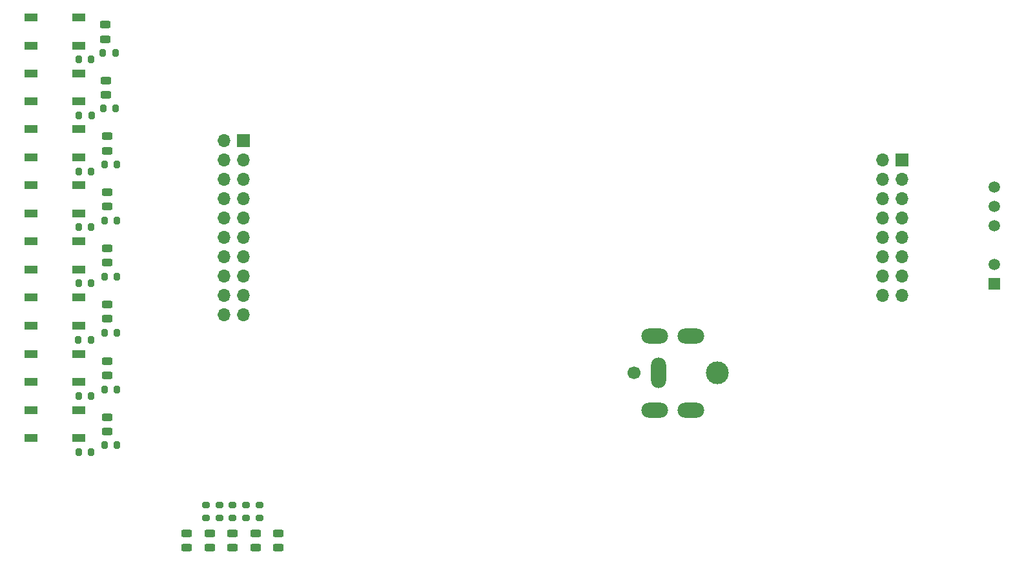
<source format=gbr>
%TF.GenerationSoftware,KiCad,Pcbnew,8.0.3*%
%TF.CreationDate,2025-07-14T16:27:36+02:00*%
%TF.ProjectId,distributionPCB,64697374-7269-4627-9574-696f6e504342,rev?*%
%TF.SameCoordinates,Original*%
%TF.FileFunction,Soldermask,Top*%
%TF.FilePolarity,Negative*%
%FSLAX46Y46*%
G04 Gerber Fmt 4.6, Leading zero omitted, Abs format (unit mm)*
G04 Created by KiCad (PCBNEW 8.0.3) date 2025-07-14 16:27:36*
%MOMM*%
%LPD*%
G01*
G04 APERTURE LIST*
G04 Aperture macros list*
%AMRoundRect*
0 Rectangle with rounded corners*
0 $1 Rounding radius*
0 $2 $3 $4 $5 $6 $7 $8 $9 X,Y pos of 4 corners*
0 Add a 4 corners polygon primitive as box body*
4,1,4,$2,$3,$4,$5,$6,$7,$8,$9,$2,$3,0*
0 Add four circle primitives for the rounded corners*
1,1,$1+$1,$2,$3*
1,1,$1+$1,$4,$5*
1,1,$1+$1,$6,$7*
1,1,$1+$1,$8,$9*
0 Add four rect primitives between the rounded corners*
20,1,$1+$1,$2,$3,$4,$5,0*
20,1,$1+$1,$4,$5,$6,$7,0*
20,1,$1+$1,$6,$7,$8,$9,0*
20,1,$1+$1,$8,$9,$2,$3,0*%
G04 Aperture macros list end*
%ADD10RoundRect,0.200000X0.200000X0.275000X-0.200000X0.275000X-0.200000X-0.275000X0.200000X-0.275000X0*%
%ADD11RoundRect,0.200000X0.275000X-0.200000X0.275000X0.200000X-0.275000X0.200000X-0.275000X-0.200000X0*%
%ADD12R,1.700000X1.700000*%
%ADD13O,1.700000X1.700000*%
%ADD14RoundRect,0.243750X0.456250X-0.243750X0.456250X0.243750X-0.456250X0.243750X-0.456250X-0.243750X0*%
%ADD15RoundRect,0.243750X-0.456250X0.243750X-0.456250X-0.243750X0.456250X-0.243750X0.456250X0.243750X0*%
%ADD16R,1.800000X1.100000*%
%ADD17C,1.700000*%
%ADD18C,3.000000*%
%ADD19O,2.000000X4.000000*%
%ADD20O,3.500000X2.000000*%
%ADD21R,1.500000X1.500000*%
%ADD22C,1.500000*%
G04 APERTURE END LIST*
D10*
%TO.C,R5*%
X92234000Y-76280000D03*
X90584000Y-76280000D03*
%TD*%
D11*
%TO.C,R18*%
X105819001Y-129984000D03*
X105819001Y-128334000D03*
%TD*%
D12*
%TO.C,J6*%
X195306000Y-83015000D03*
D13*
X192766000Y-83015000D03*
X195306000Y-85555000D03*
X192766000Y-85555000D03*
X195306000Y-88095000D03*
X192766000Y-88095000D03*
X195306000Y-90635000D03*
X192766000Y-90635000D03*
X195306000Y-93175000D03*
X192766000Y-93175000D03*
X195306000Y-95715000D03*
X192766000Y-95715000D03*
X195306000Y-98255000D03*
X192766000Y-98255000D03*
X195306000Y-100795000D03*
X192766000Y-100795000D03*
%TD*%
D14*
%TO.C,D13*%
X113576200Y-133947100D03*
X113576200Y-132072100D03*
%TD*%
D15*
%TO.C,D3*%
X91090600Y-79934900D03*
X91090600Y-81809900D03*
%TD*%
D16*
%TO.C,SW7*%
X81156800Y-108492200D03*
X87356800Y-108492200D03*
X81156800Y-112192200D03*
X87356800Y-112192200D03*
%TD*%
D11*
%TO.C,R20*%
X109318999Y-129984000D03*
X109318999Y-128334000D03*
%TD*%
D16*
%TO.C,SW8*%
X81156800Y-115857800D03*
X87356800Y-115857800D03*
X81156800Y-119557800D03*
X87356800Y-119557800D03*
%TD*%
%TO.C,SW6*%
X81156800Y-101075000D03*
X87356800Y-101075000D03*
X81156800Y-104775000D03*
X87356800Y-104775000D03*
%TD*%
D10*
%TO.C,R26*%
X92398200Y-113150600D03*
X90748200Y-113150600D03*
%TD*%
D15*
%TO.C,D2*%
X90911600Y-72594300D03*
X90911600Y-74469300D03*
%TD*%
D10*
%TO.C,R12*%
X89009400Y-99218200D03*
X87359400Y-99218200D03*
%TD*%
D15*
%TO.C,D1*%
X90860800Y-65283300D03*
X90860800Y-67158300D03*
%TD*%
D10*
%TO.C,R22*%
X92413000Y-105727000D03*
X90763000Y-105727000D03*
%TD*%
D11*
%TO.C,R21*%
X111069000Y-129984000D03*
X111069000Y-128334000D03*
%TD*%
D14*
%TO.C,D9*%
X101536200Y-133947100D03*
X101536200Y-132072100D03*
%TD*%
D16*
%TO.C,SW2*%
X81156800Y-64350800D03*
X87356800Y-64350800D03*
X81156800Y-68050800D03*
X87356800Y-68050800D03*
%TD*%
D10*
%TO.C,R6*%
X89018800Y-84531200D03*
X87368800Y-84531200D03*
%TD*%
D11*
%TO.C,R17*%
X104069000Y-129984000D03*
X104069000Y-128334000D03*
%TD*%
D10*
%TO.C,R23*%
X89008200Y-69858000D03*
X87358200Y-69858000D03*
%TD*%
%TO.C,R24*%
X89009400Y-114014200D03*
X87359400Y-114014200D03*
%TD*%
D14*
%TO.C,D10*%
X104546200Y-133947100D03*
X104546200Y-132072100D03*
%TD*%
D10*
%TO.C,R15*%
X88984000Y-106641400D03*
X87334000Y-106641400D03*
%TD*%
D14*
%TO.C,D11*%
X107556200Y-133947100D03*
X107556200Y-132072100D03*
%TD*%
D10*
%TO.C,R2*%
X92183200Y-68969000D03*
X90533200Y-68969000D03*
%TD*%
D16*
%TO.C,SW5*%
X81156800Y-93683600D03*
X87356800Y-93683600D03*
X81156800Y-97383600D03*
X87356800Y-97383600D03*
%TD*%
D14*
%TO.C,D12*%
X110566200Y-133947100D03*
X110566200Y-132072100D03*
%TD*%
D16*
%TO.C,SW1*%
X81156800Y-71661800D03*
X87356800Y-71661800D03*
X81156800Y-75361800D03*
X87356800Y-75361800D03*
%TD*%
D15*
%TO.C,D6*%
X91090600Y-102007500D03*
X91090600Y-103882500D03*
%TD*%
D16*
%TO.C,SW3*%
X81156800Y-79002400D03*
X87356800Y-79002400D03*
X81156800Y-82702400D03*
X87356800Y-82702400D03*
%TD*%
D12*
%TO.C,J2*%
X108946000Y-80475000D03*
D13*
X106406000Y-80475000D03*
X108946000Y-83015000D03*
X106406000Y-83015000D03*
X108946000Y-85555000D03*
X106406000Y-85555000D03*
X108946000Y-88095000D03*
X106406000Y-88095000D03*
X108946000Y-90635000D03*
X106406000Y-90635000D03*
X108946000Y-93175000D03*
X106406000Y-93175000D03*
X108946000Y-95715000D03*
X106406000Y-95715000D03*
X108946000Y-98255000D03*
X106406000Y-98255000D03*
X108946000Y-100795000D03*
X106406000Y-100795000D03*
X108946000Y-103335000D03*
X106406000Y-103335000D03*
%TD*%
D10*
%TO.C,R29*%
X92413000Y-120471800D03*
X90763000Y-120471800D03*
%TD*%
D15*
%TO.C,D7*%
X91090600Y-109424700D03*
X91090600Y-111299700D03*
%TD*%
D10*
%TO.C,R11*%
X92413000Y-90982200D03*
X90763000Y-90982200D03*
%TD*%
D15*
%TO.C,D5*%
X91090600Y-94616100D03*
X91090600Y-96491100D03*
%TD*%
D16*
%TO.C,SW4*%
X81156800Y-86343000D03*
X87356800Y-86343000D03*
X81156800Y-90043000D03*
X87356800Y-90043000D03*
%TD*%
D10*
%TO.C,R14*%
X92413000Y-98329200D03*
X90763000Y-98329200D03*
%TD*%
D11*
%TO.C,R19*%
X107569000Y-129984000D03*
X107569000Y-128334000D03*
%TD*%
D10*
%TO.C,R27*%
X89009400Y-121386200D03*
X87359400Y-121386200D03*
%TD*%
%TO.C,R9*%
X89009400Y-91871200D03*
X87359400Y-91871200D03*
%TD*%
%TO.C,R8*%
X92413000Y-83635200D03*
X90763000Y-83635200D03*
%TD*%
%TO.C,R3*%
X89059000Y-77194400D03*
X87409000Y-77194400D03*
%TD*%
D15*
%TO.C,D8*%
X91090600Y-116790300D03*
X91090600Y-118665300D03*
%TD*%
%TO.C,D4*%
X91090600Y-87275500D03*
X91090600Y-89150500D03*
%TD*%
D17*
%TO.C,J1*%
X160175000Y-111000000D03*
D18*
X171125000Y-111000000D03*
D19*
X163425000Y-111000000D03*
D20*
X162925000Y-115850000D03*
X167625000Y-115850000D03*
X162925000Y-106150000D03*
X167625000Y-106150000D03*
%TD*%
D21*
%TO.C,U1*%
X207441800Y-99288600D03*
D22*
X207441800Y-96748600D03*
X207441800Y-91668600D03*
X207441800Y-89128600D03*
X207441800Y-86588600D03*
%TD*%
M02*

</source>
